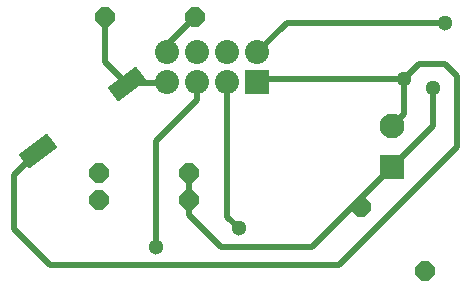
<source format=gbr>
G04 --- HEADER BEGIN --- *
G04 #@! TF.GenerationSoftware,LibrePCB,LibrePCB,0.1.7*
G04 #@! TF.CreationDate,2023-12-20T12:02:32*
G04 #@! TF.ProjectId,CRi-CRi Buzzer,ec579d49-da22-4424-9e15-187340a51fe6,v1*
G04 #@! TF.Part,Single*
G04 #@! TF.SameCoordinates*
G04 #@! TF.FileFunction,Copper,L2,Bot*
G04 #@! TF.FilePolarity,Positive*
%FSLAX66Y66*%
%MOMM*%
G01*
G75*
G04 --- HEADER END --- *
G04 --- APERTURE LIST BEGIN --- *
G04 #@! TA.AperFunction,ComponentPad*
%AMROTATEDOCTAGON10*4,1,8,0.8128,0.336673,0.336673,0.8128,-0.336673,0.8128,-0.8128,0.336673,-0.8128,-0.336673,-0.336673,-0.8128,0.336673,-0.8128,0.8128,-0.336673,0.8128,0.336673,0.0*%
%ADD10ROTATEDOCTAGON10*%
G04 #@! TA.AperFunction,SMDPad,CuDef*
%AMROTATEDRECT11*20,1,1.5,-1.5,0.0,1.5,0.0,37.0*%
%ADD11ROTATEDRECT11*%
G04 #@! TA.AperFunction,ComponentPad*
%ADD12R,2.1X2.1*%
%ADD13C,2.1*%
%ADD14C,2.04*%
%ADD15R,2.04X2.04*%
G04 #@! TA.AperFunction,ViaPad*
%ADD16C,1.3*%
G04 #@! TA.AperFunction,Conductor*
%ADD17C,0.5*%
G04 #@! TD*
G04 --- APERTURE LIST END --- *
G04 --- BOARD BEGIN --- *
D10*
G04 #@! TO.N,N9*
G04 #@! TO.C,R4*
G04 #@! TO.P,R4,2,2*
X-13810000Y12000000D03*
G04 #@! TO.N,N1*
G04 #@! TO.P,R4,1,1*
X-6190000Y12000000D03*
G04 #@! TO.N,VCC*
G04 #@! TO.C,R1*
G04 #@! TO.P,R1,2,2*
X-6690000Y-3500000D03*
G04 #@! TO.N,N2*
G04 #@! TO.P,R1,1,1*
X-14310000Y-3500000D03*
D11*
G04 #@! TO.N,N9*
G04 #@! TO.C,S1*
G04 #@! TO.P,S1,2,2*
X-11946413Y6328531D03*
G04 #@! TO.N,GND*
G04 #@! TO.P,S1,1,1*
X-19453587Y671469D03*
D12*
G04 #@! TO.N,VCC*
G04 #@! TO.C,J1*
G04 #@! TO.P,J1,1,1*
X10500000Y-750000D03*
D13*
G04 #@! TO.N,GND*
G04 #@! TO.P,J1,2,2*
X10500000Y2750000D03*
D10*
G04 #@! TO.N,VCC*
G04 #@! TO.C,R3*
G04 #@! TO.P,R3,2,2*
X7855923Y-4105923D03*
G04 #@! TO.N,N4*
G04 #@! TO.P,R3,1,1*
X13244077Y-9494077D03*
G04 #@! TO.N,VCC*
G04 #@! TO.C,R2*
G04 #@! TO.P,R2,2,2*
X-6690000Y-1200000D03*
G04 #@! TO.N,N3*
G04 #@! TO.P,R2,1,1*
X-14310000Y-1200000D03*
D14*
G04 #@! TO.N,N/C*
G04 #@! TO.C,MCU1*
G04 #@! TO.P,MCU1,EN,EN*
X-3480000Y9000000D03*
G04 #@! TO.N,N7*
G04 #@! TO.P,MCU1,GPIO2,GPIO2*
X-3480000Y6460000D03*
D15*
G04 #@! TO.N,GND*
G04 #@! TO.P,MCU1,GND,GND*
X-940000Y6460000D03*
D14*
G04 #@! TO.N,N/C*
G04 #@! TO.P,MCU1,RST,RST*
X-6020000Y9000000D03*
G04 #@! TO.N,N5*
G04 #@! TO.P,MCU1,GPIO0/FLASH,FLASH/GPIO0*
X-6020000Y6460000D03*
G04 #@! TO.N,N9*
G04 #@! TO.P,MCU1,GPIO3/RX,RX/GPIO3*
X-8560000Y6460000D03*
G04 #@! TO.N,N1*
G04 #@! TO.P,MCU1,3V3,3V3*
X-8560000Y9000000D03*
G04 #@! TO.N,N6*
G04 #@! TO.P,MCU1,GPIO1/TX,TX/GPIO1*
X-940000Y9000000D03*
D16*
G04 #@! TD.C*
G04 #@! TD.P*
G04 #@! TO.N,VCC*
X14000000Y6000000D03*
D17*
X14000000Y6000000D02*
X14000000Y2750000D01*
X14000000Y2750000D02*
X10500000Y-750000D01*
X-6690000Y-3500000D02*
X-6690000Y-4810000D01*
X7375000Y-3875000D02*
X3750000Y-7500000D01*
X-6690000Y-4810000D02*
X-4000000Y-7500000D01*
X7375000Y-3875000D02*
X7855923Y-4105923D01*
X7375000Y-3875000D02*
X10500000Y-750000D01*
X3750000Y-7500000D02*
X-4000000Y-7500000D01*
X-6690000Y-3500000D02*
X-6690000Y-1200000D01*
D16*
G04 #@! TO.N,N5*
X-9500000Y-7500000D03*
D17*
X-9500000Y1480000D02*
X-9500000Y-7500000D01*
X-6020000Y4960000D02*
X-9500000Y1480000D01*
X-6020000Y6460000D02*
X-6020000Y4960000D01*
D16*
G04 #@! TO.N,N7*
X-2500000Y-5900000D03*
D17*
X-3480000Y-4920000D02*
X-3480000Y6460000D01*
X-2500000Y-5900000D02*
X-3480000Y-4920000D01*
G04 #@! TO.N,N1*
X-8560000Y9630000D02*
X-6190000Y12000000D01*
X-8560000Y9000000D02*
X-8560000Y9630000D01*
D16*
G04 #@! TO.N,N6*
X15000000Y11500000D03*
D17*
X-940000Y9000000D02*
X1560000Y11500000D01*
X1560000Y11500000D02*
X15000000Y11500000D01*
D16*
G04 #@! TO.N,GND*
X11500000Y6700000D03*
D17*
X16000000Y1000000D02*
X16000000Y7000000D01*
X11500000Y3750000D02*
X10500000Y2750000D01*
X-18500000Y-9000000D02*
X6000000Y-9000000D01*
X11500000Y6700000D02*
X11500000Y3750000D01*
X-19453587Y671469D02*
X-21500000Y-1374944D01*
X-21500000Y-1374944D02*
X-21500000Y-6000000D01*
X11500000Y6700000D02*
X-700000Y6700000D01*
X-700000Y6700000D02*
X-940000Y6460000D01*
X-21500000Y-6000000D02*
X-18500000Y-9000000D01*
X16000000Y7000000D02*
X15000000Y8000000D01*
X12800000Y8000000D02*
X15000000Y8000000D01*
X11500000Y6700000D02*
X12800000Y8000000D01*
X6000000Y-9000000D02*
X16000000Y1000000D01*
G04 #@! TO.N,N9*
X-13810000Y8192118D02*
X-11946413Y6328531D01*
X-13810000Y12000000D02*
X-13810000Y8192118D01*
X-11946413Y6328531D02*
X-8560000Y6460000D01*
G04 --- BOARD END --- *
G04 #@! TF.MD5,166f717cd11e9704bb149e13a7d9c9fa*
M02*

</source>
